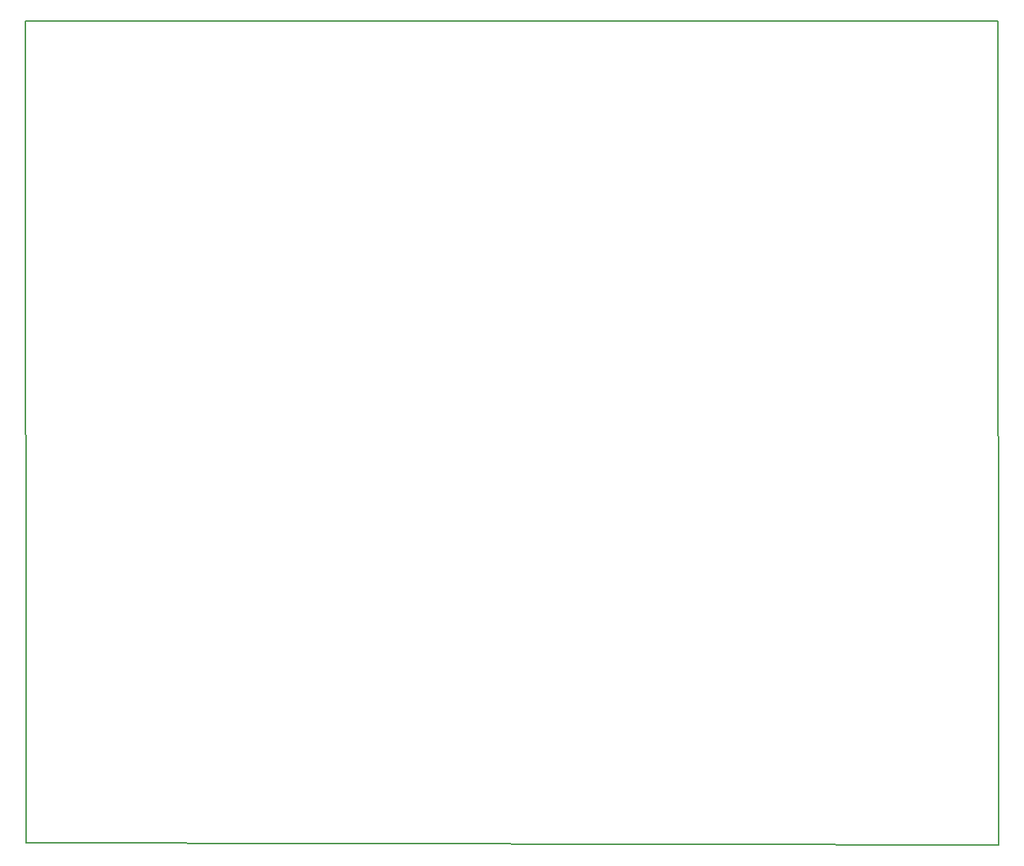
<source format=gbr>
G04 #@! TF.FileFunction,Profile,NP*
%FSLAX46Y46*%
G04 Gerber Fmt 4.6, Leading zero omitted, Abs format (unit mm)*
G04 Created by KiCad (PCBNEW 4.0.6) date 09/02/17 20:41:00*
%MOMM*%
%LPD*%
G01*
G04 APERTURE LIST*
%ADD10C,0.100000*%
%ADD11C,0.150000*%
G04 APERTURE END LIST*
D10*
D11*
X2375000Y1475000D02*
X2225000Y97475000D01*
X116000000Y1250000D02*
X2375000Y1475000D01*
X115850000Y97500000D02*
X116000000Y1250000D01*
X2225000Y97500000D02*
X115850000Y97500000D01*
M02*

</source>
